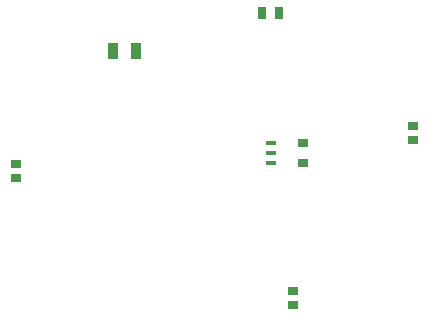
<source format=gtp>
G04*
G04 #@! TF.GenerationSoftware,Altium Limited,Altium Designer,20.0.2 (26)*
G04*
G04 Layer_Color=8421504*
%FSLAX25Y25*%
%MOIN*%
G70*
G01*
G75*
%ADD13R,0.03740X0.02559*%
%ADD14R,0.03740X0.01459*%
%ADD15R,0.03740X0.01459*%
%ADD16R,0.03740X0.05709*%
%ADD17R,0.02953X0.03937*%
%ADD18R,0.03543X0.02953*%
D13*
X353327Y376693D02*
D03*
Y370000D02*
D03*
D14*
X342500D02*
D03*
Y373346D02*
D03*
D15*
Y376693D02*
D03*
D16*
X297677Y407500D02*
D03*
X290000D02*
D03*
D17*
X345453Y420000D02*
D03*
X339547D02*
D03*
D18*
X257500Y369724D02*
D03*
Y365000D02*
D03*
X390000Y377638D02*
D03*
Y382362D02*
D03*
X350000Y327500D02*
D03*
Y322776D02*
D03*
M02*

</source>
